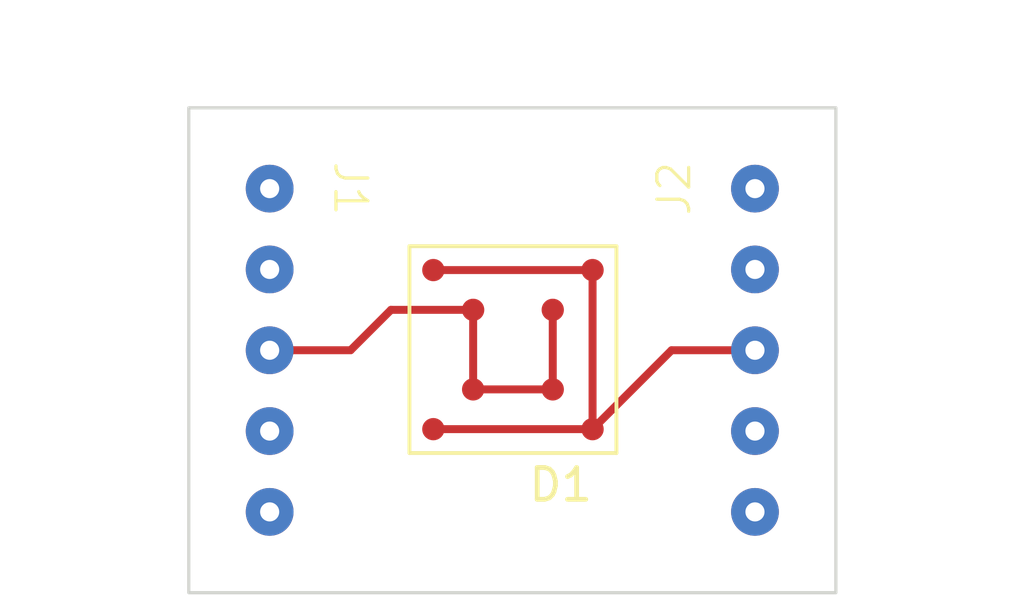
<source format=kicad_pcb>
(kicad_pcb (version 20221018) (generator pcbnew)
  (layers (0 "F.Cu" signal) (31 "B.Cu" signal) (34 "B.Paste" user) (35 "F.Paste" user) (36 "B.SilkS" user "B.Silkscreen") (37 "F.SilkS" user "F.Silkscreen") (38 "B.Mask" user) (39 "F.Mask" user) (44 "Edge.Cuts" user))
  (net 0 "")
  (net 3 "Net-(J2-Pin_3)")
  (net 8 "Net-(J1-Pin_3)")
  (footprint "Connector_PinHeader_2.54mm:Header_connector" (layer "F.Cu") (at 93.98 66.04 90)
    (fp_text reference "J2" (at 5.08 -2.54 90 unlocked) (layer "F.SilkS") (effects (font (thickness 0.1))))
    (fp_text value "Conn_01x05_Pin")
    (pad "1" thru_hole circle (at -5.08 0) (size 1.5 1.5) (drill 0.6) (layers "*.Cu" "*.Mask"))
    (pad "2" thru_hole circle (at -2.54 0) (size 1.5 1.5) (drill 0.6) (layers "*.Cu" "*.Mask"))
    (pad "3" thru_hole circle (at 0 0) (size 1.5 1.5) (drill 0.6) (layers "*.Cu" "*.Mask") (net 3 "Net-(J2-Pin_3)"))
    (pad "4" thru_hole circle (at 2.54 0) (size 1.5 1.5) (drill 0.6) (layers "*.Cu" "*.Mask"))
    (pad "5" thru_hole circle (at 5.08 0) (size 1.5 1.5) (drill 0.6) (layers "*.Cu" "*.Mask"))
  )
  (footprint "proj:sipm_6x6_bga_SMD" (layer "F.Cu") (at 83.88 63.52 180)
    (fp_text reference "D1" (at -4 -6.75) (layer "F.SilkS"))
    (fp_text value "D_Sipm_Quad-quad_sipm_symbols")
    (fp_line (start -5.75 -5.75) (end -5.75 0.75) (stroke (width 0.12)) (layer "F.SilkS"))
    (fp_line (start -5.75 0.75) (end 0.75 0.75) (stroke (width 0.12)) (layer "F.SilkS"))
    (fp_line (start 0.75 -5.75) (end -5.75 -5.75) (stroke (width 0.12)) (layer "F.SilkS"))
    (fp_line (start 0.75 0.75) (end 0.75 -5.75) (stroke (width 0.12)) (layer "F.SilkS"))
    (pad "A1" smd circle (at 0 0 180) (size 0.7 0.7) (layers "F.Cu" "F.Paste" "F.Mask") (net 3 "Net-(J2-Pin_3)"))
    (pad "A4" smd circle (at 0 -5 180) (size 0.7 0.7) (layers "F.Cu" "F.Paste" "F.Mask") (net 3 "Net-(J2-Pin_3)"))
    (pad "B2" smd circle (at -1.25 -1.25 180) (size 0.7 0.7) (layers "F.Cu" "F.Paste" "F.Mask") (net 8 "Net-(J1-Pin_3)"))
    (pad "B3" smd circle (at -1.25 -3.75 180) (size 0.7 0.7) (layers "F.Cu" "F.Paste" "F.Mask") (net 8 "Net-(J1-Pin_3)"))
    (pad "C2" smd circle (at -3.75 -1.25 180) (size 0.7 0.7) (layers "F.Cu" "F.Paste" "F.Mask") (net 8 "Net-(J1-Pin_3)"))
    (pad "C3" smd circle (at -3.75 -3.75 180) (size 0.7 0.7) (layers "F.Cu" "F.Paste" "F.Mask") (net 8 "Net-(J1-Pin_3)"))
    (pad "D1" smd circle (at -5 0 180) (size 0.7 0.7) (layers "F.Cu" "F.Paste" "F.Mask") (net 3 "Net-(J2-Pin_3)"))
    (pad "D4" smd circle (at -5 -5 180) (size 0.7 0.7) (layers "F.Cu" "F.Paste" "F.Mask") (net 3 "Net-(J2-Pin_3)"))
  )
  (footprint "Connector_PinHeader_2.54mm:Header_connector" (layer "F.Cu") (at 78.74 66.04 -90)
    (fp_text reference "J1" (at -5.08 -2.54 -90 unlocked) (layer "F.SilkS") (effects (font (thickness 0.1))))
    (fp_text value "Conn_01x05_Pin")
    (pad "1" thru_hole circle (at -5.08 0 180) (size 1.5 1.5) (drill 0.6) (layers "*.Cu" "*.Mask"))
    (pad "2" thru_hole circle (at -2.54 0 180) (size 1.5 1.5) (drill 0.6) (layers "*.Cu" "*.Mask"))
    (pad "3" thru_hole circle (at 0 0 180) (size 1.5 1.5) (drill 0.6) (layers "*.Cu" "*.Mask") (net 8 "Net-(J1-Pin_3)"))
    (pad "4" thru_hole circle (at 2.54 0 180) (size 1.5 1.5) (drill 0.6) (layers "*.Cu" "*.Mask"))
    (pad "5" thru_hole circle (at 5.08 0 180) (size 1.5 1.5) (drill 0.6) (layers "*.Cu" "*.Mask"))
  )
  (gr_poly (pts (xy 76.2 58.42) (xy 76.2 73.66) (xy 96.52 73.66) (xy 96.52 58.42)) (stroke (width 0.1)) (fill none) (layer "Edge.Cuts"))
  (segment (start 91.36 66.04) (end 93.98 66.04) (width 0.25) (layer "F.Cu") (net 3))
  (segment (start 88.88 68.52) (end 91.36 66.04) (width 0.25) (layer "F.Cu") (net 3))
  (segment (start 83.88 68.52) (end 88.88 68.52) (width 0.25) (layer "F.Cu") (net 3))
  (segment (start 83.88 63.52) (end 88.88 63.52) (width 0.25) (layer "F.Cu") (net 3))
  (segment (start 88.88 63.52) (end 88.88 68.52) (width 0.25) (layer "F.Cu") (net 3))
  (segment (start 82.55 64.77) (end 81.28 66.04) (width 0.25) (layer "F.Cu") (net 8))
  (segment (start 85.13 64.77) (end 82.55 64.77) (width 0.25) (layer "F.Cu") (net 8))
  (segment (start 87.63 67.27) (end 87.63 64.77) (width 0.25) (layer "F.Cu") (net 8))
  (segment (start 85.11 64.79) (end 85.09 64.77) (width 0) (layer "F.Cu") (net 8))
  (segment (start 85.13 64.77) (end 85.13 67.27) (width 0.25) (layer "F.Cu") (net 8))
  (segment (start 85.13 67.27) (end 87.63 67.27) (width 0.25) (layer "F.Cu") (net 8))
  (segment (start 81.28 66.04) (end 78.74 66.04) (width 0.25) (layer "F.Cu") (net 8))
)
</source>
